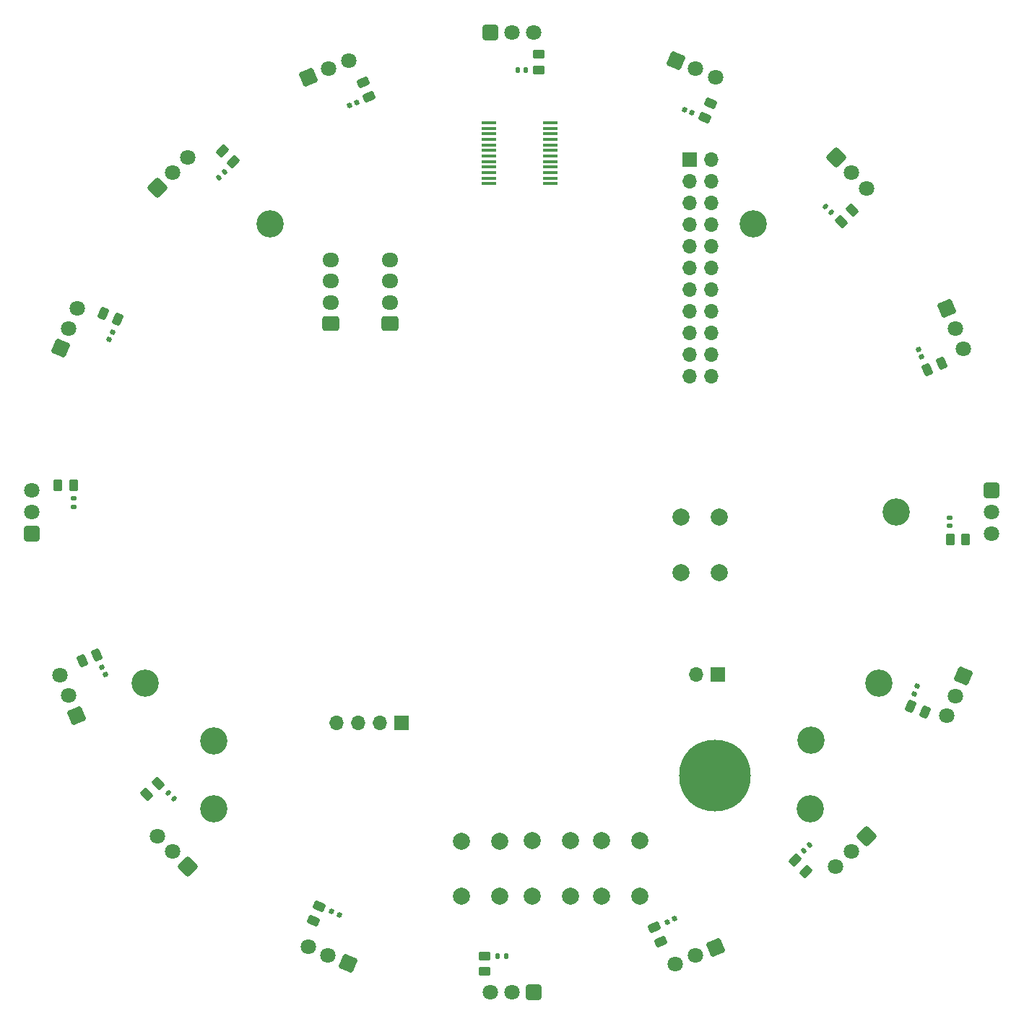
<source format=gbr>
%TF.GenerationSoftware,KiCad,Pcbnew,7.0.9*%
%TF.CreationDate,2024-12-18T22:21:06+09:00*%
%TF.ProjectId,IR_Bored_ESP32,49525f42-6f72-4656-945f-45535033322e,rev?*%
%TF.SameCoordinates,Original*%
%TF.FileFunction,Soldermask,Top*%
%TF.FilePolarity,Negative*%
%FSLAX46Y46*%
G04 Gerber Fmt 4.6, Leading zero omitted, Abs format (unit mm)*
G04 Created by KiCad (PCBNEW 7.0.9) date 2024-12-18 22:21:06*
%MOMM*%
%LPD*%
G01*
G04 APERTURE LIST*
G04 Aperture macros list*
%AMRoundRect*
0 Rectangle with rounded corners*
0 $1 Rounding radius*
0 $2 $3 $4 $5 $6 $7 $8 $9 X,Y pos of 4 corners*
0 Add a 4 corners polygon primitive as box body*
4,1,4,$2,$3,$4,$5,$6,$7,$8,$9,$2,$3,0*
0 Add four circle primitives for the rounded corners*
1,1,$1+$1,$2,$3*
1,1,$1+$1,$4,$5*
1,1,$1+$1,$6,$7*
1,1,$1+$1,$8,$9*
0 Add four rect primitives between the rounded corners*
20,1,$1+$1,$2,$3,$4,$5,0*
20,1,$1+$1,$4,$5,$6,$7,0*
20,1,$1+$1,$6,$7,$8,$9,0*
20,1,$1+$1,$8,$9,$2,$3,0*%
G04 Aperture macros list end*
%ADD10RoundRect,0.250000X0.503814X0.132583X0.132583X0.503814X-0.503814X-0.132583X-0.132583X-0.503814X0*%
%ADD11RoundRect,0.140000X0.194399X0.103484X-0.064287X0.210635X-0.194399X-0.103484X0.064287X-0.210635X0*%
%ADD12R,1.700000X1.700000*%
%ADD13O,1.700000X1.700000*%
%ADD14RoundRect,0.250000X0.132583X-0.503814X0.503814X-0.132583X-0.132583X0.503814X-0.503814X0.132583X0*%
%ADD15RoundRect,0.250000X0.725000X-0.600000X0.725000X0.600000X-0.725000X0.600000X-0.725000X-0.600000X0*%
%ADD16O,1.950000X1.700000*%
%ADD17RoundRect,0.140000X0.219203X0.021213X0.021213X0.219203X-0.219203X-0.021213X-0.021213X-0.219203X0*%
%ADD18RoundRect,0.140000X-0.140000X-0.170000X0.140000X-0.170000X0.140000X0.170000X-0.140000X0.170000X0*%
%ADD19RoundRect,0.140000X-0.210635X0.064287X-0.103484X-0.194399X0.210635X-0.064287X0.103484X0.194399X0*%
%ADD20RoundRect,0.250000X-0.414726X-0.315291X0.070311X-0.516200X0.414726X0.315291X-0.070311X0.516200X0*%
%ADD21C,3.200000*%
%ADD22C,2.000000*%
%ADD23RoundRect,0.140000X0.210635X-0.064287X0.103484X0.194399X-0.210635X0.064287X-0.103484X-0.194399X0*%
%ADD24RoundRect,0.250000X-0.132583X0.503814X-0.503814X0.132583X0.132583X-0.503814X0.503814X-0.132583X0*%
%ADD25RoundRect,0.250000X0.070311X0.516200X-0.414726X0.315291X-0.070311X-0.516200X0.414726X-0.315291X0*%
%ADD26RoundRect,0.250000X-0.262500X-0.450000X0.262500X-0.450000X0.262500X0.450000X-0.262500X0.450000X0*%
%ADD27RoundRect,0.140000X0.021213X-0.219203X0.219203X-0.021213X-0.021213X0.219203X-0.219203X0.021213X0*%
%ADD28RoundRect,0.250000X0.262500X0.450000X-0.262500X0.450000X-0.262500X-0.450000X0.262500X-0.450000X0*%
%ADD29RoundRect,0.250000X0.450000X-0.262500X0.450000X0.262500X-0.450000X0.262500X-0.450000X-0.262500X0*%
%ADD30C,8.400000*%
%ADD31RoundRect,0.250000X-0.070311X-0.516200X0.414726X-0.315291X0.070311X0.516200X-0.414726X0.315291X0*%
%ADD32RoundRect,0.250000X0.414726X0.315291X-0.070311X0.516200X-0.414726X-0.315291X0.070311X-0.516200X0*%
%ADD33RoundRect,0.140000X-0.103484X0.194399X-0.210635X-0.064287X0.103484X-0.194399X0.210635X0.064287X0*%
%ADD34RoundRect,0.140000X-0.021213X0.219203X-0.219203X0.021213X0.021213X-0.219203X0.219203X-0.021213X0*%
%ADD35RoundRect,0.250000X-0.450000X0.262500X-0.450000X-0.262500X0.450000X-0.262500X0.450000X0.262500X0*%
%ADD36RoundRect,0.250000X0.315291X-0.414726X0.516200X0.070311X-0.315291X0.414726X-0.516200X-0.070311X0*%
%ADD37RoundRect,0.140000X-0.064287X-0.210635X0.194399X-0.103484X0.064287X0.210635X-0.194399X0.103484X0*%
%ADD38RoundRect,0.250000X-0.503814X-0.132583X-0.132583X-0.503814X0.503814X0.132583X0.132583X0.503814X0*%
%ADD39RoundRect,0.250000X-0.516200X0.070311X-0.315291X-0.414726X0.516200X-0.070311X0.315291X0.414726X0*%
%ADD40RoundRect,0.140000X0.103484X-0.194399X0.210635X0.064287X-0.103484X0.194399X-0.210635X-0.064287X0*%
%ADD41RoundRect,0.250000X-0.315291X0.414726X-0.516200X-0.070311X0.315291X-0.414726X0.516200X0.070311X0*%
%ADD42RoundRect,0.250000X0.516200X-0.070311X0.315291X0.414726X-0.516200X0.070311X-0.315291X-0.414726X0*%
%ADD43R,1.750000X0.450000*%
%ADD44RoundRect,0.140000X-0.170000X0.140000X-0.170000X-0.140000X0.170000X-0.140000X0.170000X0.140000X0*%
%ADD45RoundRect,0.140000X-0.219203X-0.021213X-0.021213X-0.219203X0.219203X0.021213X0.021213X0.219203X0*%
%ADD46RoundRect,0.140000X0.064287X0.210635X-0.194399X0.103484X-0.064287X-0.210635X0.194399X-0.103484X0*%
%ADD47RoundRect,0.140000X0.170000X-0.140000X0.170000X0.140000X-0.170000X0.140000X-0.170000X-0.140000X0*%
%ADD48RoundRect,0.140000X0.140000X0.170000X-0.140000X0.170000X-0.140000X-0.170000X0.140000X-0.170000X0*%
%ADD49RoundRect,0.140000X-0.194399X-0.103484X0.064287X-0.210635X0.194399X0.103484X-0.064287X0.210635X0*%
%ADD50RoundRect,0.250200X-0.849005X0.351669X-0.351669X-0.849005X0.849005X-0.351669X0.351669X0.849005X0*%
%ADD51C,1.800000*%
%ADD52RoundRect,0.250200X0.849005X0.351669X-0.351669X0.849005X-0.849005X-0.351669X0.351669X-0.849005X0*%
%ADD53RoundRect,0.250200X-0.351669X-0.849005X0.849005X-0.351669X0.351669X0.849005X-0.849005X0.351669X0*%
%ADD54RoundRect,0.250200X0.351669X0.849005X-0.849005X0.351669X-0.351669X-0.849005X0.849005X-0.351669X0*%
%ADD55RoundRect,0.250200X-0.649800X-0.649800X0.649800X-0.649800X0.649800X0.649800X-0.649800X0.649800X0*%
%ADD56RoundRect,0.250200X-0.918956X0.000000X0.000000X-0.918956X0.918956X0.000000X0.000000X0.918956X0*%
%ADD57RoundRect,0.250200X0.000000X0.918956X-0.918956X0.000000X0.000000X-0.918956X0.918956X0.000000X0*%
%ADD58RoundRect,0.250200X0.000000X-0.918956X0.918956X0.000000X0.000000X0.918956X-0.918956X0.000000X0*%
%ADD59RoundRect,0.250200X-0.849005X-0.351669X0.351669X-0.849005X0.849005X0.351669X-0.351669X0.849005X0*%
%ADD60RoundRect,0.250200X0.649800X-0.649800X0.649800X0.649800X-0.649800X0.649800X-0.649800X-0.649800X0*%
%ADD61RoundRect,0.250200X-0.649800X0.649800X-0.649800X-0.649800X0.649800X-0.649800X0.649800X0.649800X0*%
%ADD62RoundRect,0.250200X0.849005X-0.351669X0.351669X0.849005X-0.849005X0.351669X-0.351669X-0.849005X0*%
%ADD63RoundRect,0.250200X-0.351669X0.849005X-0.849005X-0.351669X0.351669X-0.849005X0.849005X0.351669X0*%
%ADD64RoundRect,0.250200X0.649800X0.649800X-0.649800X0.649800X-0.649800X-0.649800X0.649800X-0.649800X0*%
%ADD65RoundRect,0.250200X0.351669X-0.849005X0.849005X0.351669X-0.351669X0.849005X-0.849005X-0.351669X0*%
%ADD66RoundRect,0.250200X0.918956X0.000000X0.000000X0.918956X-0.918956X0.000000X0.000000X-0.918956X0*%
G04 APERTURE END LIST*
D10*
%TO.C,R1*%
X156845235Y-44565235D03*
X155554765Y-43274765D03*
%TD*%
D11*
%TO.C,C16*%
X210608232Y-38826948D03*
X209721308Y-38459572D03*
%TD*%
D12*
%TO.C,J1*%
X176530000Y-110410000D03*
D13*
X173990000Y-110410000D03*
X171450000Y-110410000D03*
X168910000Y-110410000D03*
%TD*%
D14*
%TO.C,R15*%
X228072221Y-51570978D03*
X229362691Y-50280508D03*
%TD*%
D15*
%TO.C,J2*%
X175158400Y-63583200D03*
D16*
X175158400Y-61083200D03*
X175158400Y-58583200D03*
X175158400Y-56083200D03*
%TD*%
D17*
%TO.C,C15*%
X226921405Y-50473195D03*
X226242583Y-49794373D03*
%TD*%
D18*
%TO.C,C11*%
X187840000Y-137710000D03*
X188800000Y-137710000D03*
%TD*%
D19*
%TO.C,C6*%
X141444014Y-103836295D03*
X141811390Y-104723219D03*
%TD*%
D20*
%TO.C,R10*%
X236206960Y-108380801D03*
X237893040Y-109079199D03*
%TD*%
D21*
%TO.C,REF\u002A\u002A*%
X154535498Y-120412834D03*
%TD*%
%TO.C,REF\u002A\u002A*%
X232550000Y-105720000D03*
%TD*%
D22*
%TO.C,Camera_RST*%
X209280000Y-92770000D03*
X209280000Y-86270000D03*
X213780000Y-92770000D03*
X213780000Y-86270000D03*
%TD*%
D23*
%TO.C,C14*%
X237535986Y-67475705D03*
X237168610Y-66588781D03*
%TD*%
D24*
%TO.C,R7*%
X147985235Y-117494765D03*
X146694765Y-118785235D03*
%TD*%
D21*
%TO.C,REF\u002A\u002A*%
X146475498Y-105714800D03*
%TD*%
D25*
%TO.C,R6*%
X140800903Y-102381678D03*
X139114823Y-103080076D03*
%TD*%
D26*
%TO.C,R13*%
X240873502Y-88835998D03*
X242698502Y-88835998D03*
%TD*%
D27*
%TO.C,C9*%
X223741178Y-125388822D03*
X224420000Y-124710000D03*
%TD*%
D28*
%TO.C,R5*%
X138106500Y-82476001D03*
X136281500Y-82476001D03*
%TD*%
D21*
%TO.C,REF\u002A\u002A*%
X217795498Y-51872834D03*
%TD*%
%TO.C,REF\u002A\u002A*%
X224490000Y-120440000D03*
%TD*%
D29*
%TO.C,R3*%
X192670000Y-33792500D03*
X192670000Y-31967500D03*
%TD*%
D15*
%TO.C,J3*%
X168224200Y-63557800D03*
D16*
X168224200Y-61057800D03*
X168224200Y-58557800D03*
X168224200Y-56057800D03*
%TD*%
D30*
%TO.C,REF\u002A\u002A*%
X213300000Y-116560000D03*
%TD*%
D31*
%TO.C,R14*%
X238179098Y-68930321D03*
X239865178Y-68231923D03*
%TD*%
D32*
%TO.C,R2*%
X143234769Y-63054450D03*
X141548689Y-62356052D03*
%TD*%
D33*
%TO.C,C2*%
X142660948Y-64537767D03*
X142293572Y-65424691D03*
%TD*%
D34*
%TO.C,C1*%
X155800000Y-45730000D03*
X155121178Y-46408822D03*
%TD*%
D22*
%TO.C,SW2*%
X191830000Y-130680000D03*
X191830000Y-124180000D03*
X196330000Y-130680000D03*
X196330000Y-124180000D03*
%TD*%
D35*
%TO.C,R11*%
X186310000Y-137690000D03*
X186310000Y-139515000D03*
%TD*%
D36*
%TO.C,R16*%
X212091551Y-39400769D03*
X212789949Y-37714689D03*
%TD*%
D37*
%TO.C,C12*%
X207670295Y-133701986D03*
X208557219Y-133334610D03*
%TD*%
D12*
%TO.C,J4*%
X210303800Y-44356600D03*
D13*
X212843800Y-44356600D03*
X210303800Y-46896600D03*
X212843800Y-46896600D03*
X210303800Y-49436600D03*
X212843800Y-49436600D03*
X210303800Y-51976600D03*
X212843800Y-51976600D03*
X210303800Y-54516600D03*
X212843800Y-54516600D03*
X210303800Y-57056600D03*
X212843800Y-57056600D03*
X210303800Y-59596600D03*
X212843800Y-59596600D03*
X210303800Y-62136600D03*
X212843800Y-62136600D03*
X210303800Y-64676600D03*
X212843800Y-64676600D03*
X210303800Y-67216600D03*
X212843800Y-67216600D03*
X210303800Y-69756600D03*
X212843800Y-69756600D03*
%TD*%
D12*
%TO.C,SW5*%
X213670000Y-104690000D03*
D13*
X211130000Y-104690000D03*
%TD*%
D21*
%TO.C,REF\u002A\u002A*%
X224530000Y-112410000D03*
%TD*%
D38*
%TO.C,R9*%
X222710000Y-126480000D03*
X224000470Y-127770470D03*
%TD*%
D21*
%TO.C,REF\u002A\u002A*%
X154505498Y-112490000D03*
%TD*%
D39*
%TO.C,R12*%
X206215679Y-134345098D03*
X206914077Y-136031178D03*
%TD*%
D40*
%TO.C,C10*%
X236636312Y-106943462D03*
X237003688Y-106056538D03*
%TD*%
D41*
%TO.C,R8*%
X166888451Y-131911232D03*
X166190053Y-133597312D03*
%TD*%
D42*
%TO.C,R4*%
X172764323Y-36966903D03*
X172065925Y-35280823D03*
%TD*%
D21*
%TO.C,REF\u002A\u002A*%
X234500000Y-85660000D03*
%TD*%
D43*
%TO.C,U16*%
X186791600Y-40005000D03*
X186791600Y-40655000D03*
X186791600Y-41305000D03*
X186791600Y-41955000D03*
X186791600Y-42605000D03*
X186791600Y-43255000D03*
X186791600Y-43905000D03*
X186791600Y-44555000D03*
X186791600Y-45205000D03*
X186791600Y-45855000D03*
X186791600Y-46505000D03*
X186791600Y-47155000D03*
X193991600Y-47155000D03*
X193991600Y-46505000D03*
X193991600Y-45855000D03*
X193991600Y-45205000D03*
X193991600Y-44555000D03*
X193991600Y-43905000D03*
X193991600Y-43255000D03*
X193991600Y-42605000D03*
X193991600Y-41955000D03*
X193991600Y-41305000D03*
X193991600Y-40655000D03*
X193991600Y-40005000D03*
%TD*%
D44*
%TO.C,C5*%
X138143999Y-84065999D03*
X138143999Y-85025999D03*
%TD*%
D45*
%TO.C,C7*%
X149180589Y-118610589D03*
X149859411Y-119289411D03*
%TD*%
D46*
%TO.C,C4*%
X171309705Y-37610015D03*
X170422781Y-37977391D03*
%TD*%
D47*
%TO.C,C13*%
X240836001Y-87246001D03*
X240836001Y-86286001D03*
%TD*%
D48*
%TO.C,C3*%
X191120000Y-33810000D03*
X190160000Y-33810000D03*
%TD*%
D22*
%TO.C,SW1*%
X183600000Y-130720000D03*
X183600000Y-124220000D03*
X188100000Y-130720000D03*
X188100000Y-124220000D03*
%TD*%
D49*
%TO.C,C8*%
X168371767Y-132485052D03*
X169258691Y-132852428D03*
%TD*%
D22*
%TO.C,SW3*%
X200020000Y-130650000D03*
X200020000Y-124150000D03*
X204520000Y-130650000D03*
X204520000Y-124150000D03*
%TD*%
D21*
%TO.C,REF\u002A\u002A*%
X161140000Y-51860000D03*
%TD*%
D50*
%TO.C,U13*%
X240504024Y-61797671D03*
D51*
X241476040Y-64144325D03*
X242448056Y-66490979D03*
%TD*%
D52*
%TO.C,U7*%
X170288024Y-138598749D03*
D51*
X167941370Y-137626733D03*
X165594716Y-136654717D03*
%TD*%
D53*
%TO.C,U1*%
X165631671Y-34641976D03*
D51*
X167978325Y-33669960D03*
X170324979Y-32697944D03*
%TD*%
D54*
%TO.C,U9*%
X213348329Y-136670024D03*
D51*
X211001675Y-137642040D03*
X208655021Y-138614056D03*
%TD*%
D55*
%TO.C,U17*%
X186970000Y-29395000D03*
D51*
X189510000Y-29395000D03*
X192050000Y-29395000D03*
%TD*%
D56*
%TO.C,U14*%
X227490626Y-44091556D03*
D51*
X229286677Y-45887607D03*
X231082728Y-47683658D03*
%TD*%
D57*
%TO.C,U10*%
X231054444Y-123656625D03*
D51*
X229258393Y-125452676D03*
X227462342Y-127248727D03*
%TD*%
D58*
%TO.C,U2*%
X147925556Y-47655375D03*
D51*
X149721607Y-45859324D03*
X151517658Y-44063273D03*
%TD*%
D59*
%TO.C,U15*%
X208691976Y-32713251D03*
D51*
X211038630Y-33685267D03*
X213385284Y-34657283D03*
%TD*%
D60*
%TO.C,U4*%
X133229000Y-88176000D03*
D51*
X133229000Y-85636000D03*
X133229000Y-83096000D03*
%TD*%
D61*
%TO.C,U12*%
X245751001Y-83136000D03*
D51*
X245751001Y-85676000D03*
X245751001Y-88216000D03*
%TD*%
D62*
%TO.C,U5*%
X138475976Y-109514329D03*
D51*
X137503960Y-107167675D03*
X136531944Y-104821021D03*
%TD*%
D63*
%TO.C,U11*%
X242432749Y-104857976D03*
D51*
X241460733Y-107204630D03*
X240488717Y-109551284D03*
%TD*%
D64*
%TO.C,U8*%
X192010000Y-141917000D03*
D51*
X189470000Y-141917000D03*
X186930000Y-141917000D03*
%TD*%
D65*
%TO.C,U3*%
X136547251Y-66454024D03*
D51*
X137519267Y-64107370D03*
X138491283Y-61760716D03*
%TD*%
D66*
%TO.C,U6*%
X151489375Y-127220444D03*
D51*
X149693324Y-125424393D03*
X147897273Y-123628342D03*
%TD*%
M02*

</source>
